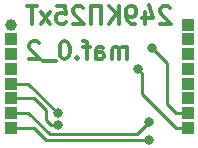
<source format=gbr>
G04 #@! TF.GenerationSoftware,KiCad,Pcbnew,(5.0.0)*
G04 #@! TF.CreationDate,2019-03-14T11:08:31+03:00*
G04 #@! TF.ProjectId,249__25__,3234391A1F323511222E6B696361645F,rev?*
G04 #@! TF.SameCoordinates,Original*
G04 #@! TF.FileFunction,Copper,L2,Bot,Signal*
G04 #@! TF.FilePolarity,Positive*
%FSLAX46Y46*%
G04 Gerber Fmt 4.6, Leading zero omitted, Abs format (unit mm)*
G04 Created by KiCad (PCBNEW (5.0.0)) date 03/14/19 11:08:31*
%MOMM*%
%LPD*%
G01*
G04 APERTURE LIST*
G04 #@! TA.AperFunction,NonConductor*
%ADD10C,0.300000*%
G04 #@! TD*
G04 #@! TA.AperFunction,ComponentPad*
%ADD11C,1.000000*%
G04 #@! TD*
G04 #@! TA.AperFunction,ComponentPad*
%ADD12R,1.000000X1.000000*%
G04 #@! TD*
G04 #@! TA.AperFunction,ViaPad*
%ADD13C,0.800000*%
G04 #@! TD*
G04 #@! TA.AperFunction,Conductor*
%ADD14C,0.250000*%
G04 #@! TD*
G04 APERTURE END LIST*
D10*
X128357142Y-70928571D02*
X128357142Y-69928571D01*
X128357142Y-70071428D02*
X128285714Y-70000000D01*
X128142857Y-69928571D01*
X127928571Y-69928571D01*
X127785714Y-70000000D01*
X127714285Y-70142857D01*
X127714285Y-70928571D01*
X127714285Y-70142857D02*
X127642857Y-70000000D01*
X127500000Y-69928571D01*
X127285714Y-69928571D01*
X127142857Y-70000000D01*
X127071428Y-70142857D01*
X127071428Y-70928571D01*
X125714285Y-70928571D02*
X125714285Y-70142857D01*
X125785714Y-70000000D01*
X125928571Y-69928571D01*
X126214285Y-69928571D01*
X126357142Y-70000000D01*
X125714285Y-70857142D02*
X125857142Y-70928571D01*
X126214285Y-70928571D01*
X126357142Y-70857142D01*
X126428571Y-70714285D01*
X126428571Y-70571428D01*
X126357142Y-70428571D01*
X126214285Y-70357142D01*
X125857142Y-70357142D01*
X125714285Y-70285714D01*
X125214285Y-69928571D02*
X124642857Y-69928571D01*
X125000000Y-70928571D02*
X125000000Y-69642857D01*
X124928571Y-69500000D01*
X124785714Y-69428571D01*
X124642857Y-69428571D01*
X124142857Y-70785714D02*
X124071428Y-70857142D01*
X124142857Y-70928571D01*
X124214285Y-70857142D01*
X124142857Y-70785714D01*
X124142857Y-70928571D01*
X123142857Y-69428571D02*
X123000000Y-69428571D01*
X122857142Y-69500000D01*
X122785714Y-69571428D01*
X122714285Y-69714285D01*
X122642857Y-70000000D01*
X122642857Y-70357142D01*
X122714285Y-70642857D01*
X122785714Y-70785714D01*
X122857142Y-70857142D01*
X123000000Y-70928571D01*
X123142857Y-70928571D01*
X123285714Y-70857142D01*
X123357142Y-70785714D01*
X123428571Y-70642857D01*
X123500000Y-70357142D01*
X123500000Y-70000000D01*
X123428571Y-69714285D01*
X123357142Y-69571428D01*
X123285714Y-69500000D01*
X123142857Y-69428571D01*
X122357142Y-71071428D02*
X121214285Y-71071428D01*
X120928571Y-69571428D02*
X120857142Y-69500000D01*
X120714285Y-69428571D01*
X120357142Y-69428571D01*
X120214285Y-69500000D01*
X120142857Y-69571428D01*
X120071428Y-69714285D01*
X120071428Y-69857142D01*
X120142857Y-70071428D01*
X121000000Y-70928571D01*
X120071428Y-70928571D01*
X132000000Y-66571428D02*
X131928571Y-66500000D01*
X131785714Y-66428571D01*
X131428571Y-66428571D01*
X131285714Y-66500000D01*
X131214285Y-66571428D01*
X131142857Y-66714285D01*
X131142857Y-66857142D01*
X131214285Y-67071428D01*
X132071428Y-67928571D01*
X131142857Y-67928571D01*
X129857142Y-66928571D02*
X129857142Y-67928571D01*
X130214285Y-66357142D02*
X130571428Y-67428571D01*
X129642857Y-67428571D01*
X129000000Y-67928571D02*
X128714285Y-67928571D01*
X128571428Y-67857142D01*
X128500000Y-67785714D01*
X128357142Y-67571428D01*
X128285714Y-67285714D01*
X128285714Y-66714285D01*
X128357142Y-66571428D01*
X128428571Y-66500000D01*
X128571428Y-66428571D01*
X128857142Y-66428571D01*
X129000000Y-66500000D01*
X129071428Y-66571428D01*
X129142857Y-66714285D01*
X129142857Y-67071428D01*
X129071428Y-67214285D01*
X129000000Y-67285714D01*
X128857142Y-67357142D01*
X128571428Y-67357142D01*
X128428571Y-67285714D01*
X128357142Y-67214285D01*
X128285714Y-67071428D01*
X127642857Y-67928571D02*
X127642857Y-66428571D01*
X126785714Y-67928571D02*
X127428571Y-67071428D01*
X126785714Y-66428571D02*
X127642857Y-67285714D01*
X126142857Y-67928571D02*
X126142857Y-66428571D01*
X125285714Y-66428571D01*
X125285714Y-67928571D01*
X124642857Y-66571428D02*
X124571428Y-66500000D01*
X124428571Y-66428571D01*
X124071428Y-66428571D01*
X123928571Y-66500000D01*
X123857142Y-66571428D01*
X123785714Y-66714285D01*
X123785714Y-66857142D01*
X123857142Y-67071428D01*
X124714285Y-67928571D01*
X123785714Y-67928571D01*
X122428571Y-66428571D02*
X123142857Y-66428571D01*
X123214285Y-67142857D01*
X123142857Y-67071428D01*
X123000000Y-67000000D01*
X122642857Y-67000000D01*
X122500000Y-67071428D01*
X122428571Y-67142857D01*
X122357142Y-67285714D01*
X122357142Y-67642857D01*
X122428571Y-67785714D01*
X122500000Y-67857142D01*
X122642857Y-67928571D01*
X123000000Y-67928571D01*
X123142857Y-67857142D01*
X123214285Y-67785714D01*
X121857142Y-67928571D02*
X121071428Y-66928571D01*
X121857142Y-66928571D02*
X121071428Y-67928571D01*
X120714285Y-66428571D02*
X119857142Y-66428571D01*
X120285714Y-67928571D02*
X120285714Y-66428571D01*
D11*
G04 #@! TO.P,DA1,1*
G04 #@! TO.N,/in_1*
X118500000Y-68000000D03*
D12*
G04 #@! TO.P,DA1,16*
G04 #@! TO.N,/out1_1*
X133500000Y-68000000D03*
G04 #@! TO.P,DA1,2*
G04 #@! TO.N,/gnd_1*
X118500000Y-69250000D03*
G04 #@! TO.P,DA1,15*
G04 #@! TO.N,/out2_1*
X133500000Y-69250000D03*
G04 #@! TO.P,DA1,3*
G04 #@! TO.N,/in_2*
X118500000Y-70500000D03*
G04 #@! TO.P,DA1,14*
G04 #@! TO.N,/out1_2*
X133500000Y-70500000D03*
G04 #@! TO.P,DA1,4*
G04 #@! TO.N,/gnd_2*
X118500000Y-71750000D03*
G04 #@! TO.P,DA1,13*
G04 #@! TO.N,/out2_2*
X133500000Y-71750000D03*
G04 #@! TO.P,DA1,5*
G04 #@! TO.N,/in_3*
X118500000Y-73000000D03*
G04 #@! TO.P,DA1,12*
G04 #@! TO.N,/out1_3*
X133500000Y-73000000D03*
G04 #@! TO.P,DA1,6*
G04 #@! TO.N,/gnd_3*
X118500000Y-74250000D03*
G04 #@! TO.P,DA1,11*
G04 #@! TO.N,/out2_3*
X133500000Y-74250000D03*
G04 #@! TO.P,DA1,7*
G04 #@! TO.N,/in_4*
X118500000Y-75500000D03*
G04 #@! TO.P,DA1,10*
G04 #@! TO.N,/out1_4*
X133500000Y-75500000D03*
G04 #@! TO.P,DA1,8*
G04 #@! TO.N,/gnd_4*
X118500000Y-76750000D03*
G04 #@! TO.P,DA1,9*
G04 #@! TO.N,/out2_4*
X133500000Y-76750000D03*
G04 #@! TD*
D13*
G04 #@! TO.N,/in_3*
X122500000Y-75500000D03*
G04 #@! TO.N,/gnd_3*
X122500000Y-76500000D03*
G04 #@! TO.N,/in_4*
X130250000Y-76250000D03*
G04 #@! TO.N,/out1_4*
X130500000Y-70000000D03*
G04 #@! TO.N,/gnd_4*
X130250000Y-77750000D03*
G04 #@! TO.N,/out2_4*
X129250000Y-71750000D03*
G04 #@! TD*
D14*
G04 #@! TO.N,/in_3*
X120000000Y-73000000D02*
X118500000Y-73000000D01*
X122500000Y-75500000D02*
X120000000Y-73000000D01*
G04 #@! TO.N,/gnd_3*
X121934315Y-76500000D02*
X121500000Y-76065685D01*
X122500000Y-76500000D02*
X121934315Y-76500000D01*
X121500000Y-76065685D02*
X121500000Y-75250000D01*
X120500000Y-74250000D02*
X118500000Y-74250000D01*
X121500000Y-75250000D02*
X120500000Y-74250000D01*
G04 #@! TO.N,/in_4*
X130250000Y-76250000D02*
X129200011Y-77299989D01*
X129200011Y-77299989D02*
X121799989Y-77299989D01*
X121799989Y-77299989D02*
X120000000Y-75500000D01*
X119250000Y-75500000D02*
X118500000Y-75500000D01*
X120000000Y-75500000D02*
X119250000Y-75500000D01*
G04 #@! TO.N,/out1_4*
X130500000Y-70000000D02*
X131750000Y-71250000D01*
X131750000Y-71250000D02*
X131750000Y-74750000D01*
X132500000Y-75500000D02*
X133500000Y-75500000D01*
X131750000Y-74750000D02*
X132500000Y-75500000D01*
G04 #@! TO.N,/gnd_4*
X119750000Y-76750000D02*
X118500000Y-76750000D01*
X120500000Y-76750000D02*
X119750000Y-76750000D01*
X121500000Y-77750000D02*
X120500000Y-76750000D01*
X130250000Y-77750000D02*
X121500000Y-77750000D01*
G04 #@! TO.N,/out2_4*
X129649999Y-72149999D02*
X129649999Y-73899999D01*
X129250000Y-71750000D02*
X129649999Y-72149999D01*
X132500000Y-76750000D02*
X133500000Y-76750000D01*
X129649999Y-73899999D02*
X132500000Y-76750000D01*
G04 #@! TD*
M02*

</source>
